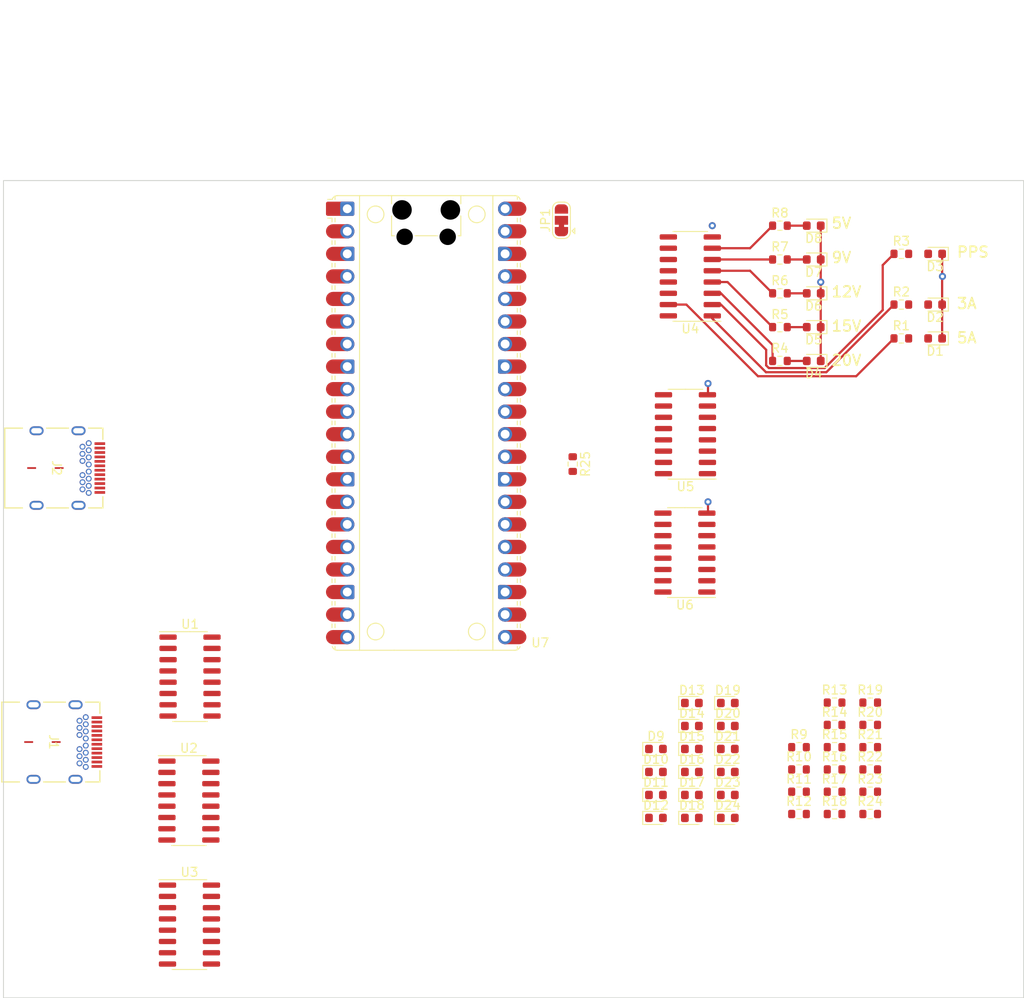
<source format=kicad_pcb>
(kicad_pcb (version 20221018) (generator pcbnew)
  (layers (0 "F.Cu" signal) (1 "In1.Cu" signal) (2 "In2.Cu" signal) (31 "B.Cu" signal) (34 "B.Paste" user) (35 "F.Paste" user) (36 "B.SilkS" user "B.Silkscreen") (37 "F.SilkS" user "F.Silkscreen") (38 "B.Mask" user) (39 "F.Mask" user) (44 "Edge.Cuts" user))
  (net 0 "")
  (net 1 "Net-(D1-A)")
  (net 2 "Net-(D2-A)")
  (net 3 "Net-(D3-A)")
  (net 4 "Net-(D4-A)")
  (net 5 "Net-(D5-A)")
  (net 6 "Net-(D6-A)")
  (net 7 "Net-(D7-A)")
  (net 8 "Net-(D8-A)")
  (net 9 "Net-(D9-A)")
  (net 10 "Net-(D10-A)")
  (net 11 "Net-(D11-A)")
  (net 12 "Net-(D12-A)")
  (net 13 "Net-(D13-A)")
  (net 14 "Net-(D14-A)")
  (net 15 "Net-(D15-A)")
  (net 16 "Net-(D16-A)")
  (net 17 "GND")
  (net 18 "Net-(D17-A)")
  (net 19 "Net-(D18-A)")
  (net 20 "Net-(D19-A)")
  (net 21 "Net-(D20-A)")
  (net 22 "Net-(D21-A)")
  (net 23 "Net-(D22-A)")
  (net 24 "Net-(D23-A)")
  (net 25 "Net-(D24-A)")
  (net 26 "TEST_CABLE_GROUND")
  (net 27 "Net-(U1-QB)")
  (net 28 "Net-(U1-QC)")
  (net 29 "TEST_CABLE_VBUS")
  (net 30 "Net-(U1-QE)")
  (net 31 "TEST_CABLE_D+")
  (net 32 "TEST_CABLE_D-")
  (net 33 "Net-(U1-QH)")
  (net 34 "Net-(U2-QA)")
  (net 35 "Net-(U2-QB)")
  (net 36 "Net-(U2-QC)")
  (net 37 "Net-(U2-QD)")
  (net 38 "Net-(U2-QE)")
  (net 39 "Net-(U2-QF)")
  (net 40 "Net-(U2-QG)")
  (net 41 "Net-(U2-QH)")
  (net 42 "TEST_CABLE_GROUND_IN")
  (net 43 "Net-(U7-GPIO1)")
  (net 44 "Net-(U7-GPIO2)")
  (net 45 "TEST_CABLE_VBUS_IN")
  (net 46 "TEST_CABLE_D+_IN")
  (net 47 "TEST_CABLE_D-_IN")
  (net 48 "Net-(U7-GPIO7)")
  (net 49 "Net-(U7-GPIO8)")
  (net 50 "Net-(U7-GPIO9)")
  (net 51 "Net-(U7-GPIO10)")
  (net 52 "Net-(U7-GPIO11)")
  (net 53 "Net-(U7-GPIO12)")
  (net 54 "Net-(U7-GPIO13)")
  (net 55 "Net-(U7-GPIO14)")
  (net 56 "Net-(U4-QA)")
  (net 57 "Net-(U4-QB)")
  (net 58 "Net-(U4-QC)")
  (net 59 "Net-(U4-QD)")
  (net 60 "Net-(U4-QE)")
  (net 61 "Net-(U4-QF)")
  (net 62 "Net-(U4-QG)")
  (net 63 "Net-(U4-QH)")
  (net 64 "Net-(U5-QA)")
  (net 65 "Net-(U5-QB)")
  (net 66 "Net-(U5-QC)")
  (net 67 "Net-(U5-QD)")
  (net 68 "Net-(U5-QE)")
  (net 69 "Net-(U5-QF)")
  (net 70 "Net-(U5-QG)")
  (net 71 "Net-(U5-QH)")
  (net 72 "Net-(U6-QA)")
  (net 73 "Net-(U6-QB)")
  (net 74 "Net-(U6-QC)")
  (net 75 "Net-(U6-QD)")
  (net 76 "Net-(U6-QE)")
  (net 77 "Net-(U6-QF)")
  (net 78 "Net-(U6-QG)")
  (net 79 "Net-(U6-QH)")
  (net 80 "Net-(U1-QH')")
  (net 81 "Net-(U2-QH')")
  (net 83 "Net-(U4-QH')")
  (net 84 "Net-(U5-QH')")
  (net 93 "Net-(U3-QA)")
  (net 94 "Net-(U7-GPIO27_ADC1)")
  (net 95 "Net-(U7-GPIO6)")
  (net 96 "Net-(U7-GPIO26_ADC0)")
  (net 97 "+3V3")
  (net 98 "SRCLK")
  (net 99 "RCLK")
  (net 100 "Net-(U1-~{OE})")
  (net 101 "Net-(U1-SER)")
  (net 102 "Net-(J5-Pin_2)")
  (net 103 "Net-(J5-Pin_3)")
  (net 104 "Net-(J5-Pin_4)")
  (net 105 "Net-(J5-Pin_5)")
  (net 106 "Net-(J5-Pin_6)")
  (net 107 "Net-(J5-Pin_7)")
  (net 108 "Net-(J5-Pin_8)")
  (net 109 "Net-(U4-~{OE})")
  (net 110 "Net-(U4-SER)")
  (net 112 "Net-(U7-GPIO22)")
  (net 113 "VBUS")
  (net 118 "VCC")
  (footprint "LED_SMD:LED_0603_1608Metric" (layer "F.Cu") (at 182.3325 125.63)
    (fp_text reference "D15")
    (fp_text value "LED")
  )
  (footprint "Module_RaspberryPi_Pico:RaspberryPi_Pico_Common" (layer "F.Cu") (at 152.4 88.9)
    (fp_text reference "U7")
    (fp_text value "RaspberryPi_Pico")
  )
  (footprint "LED_SMD:LED_0603_1608Metric" (layer "F.Cu") (at 186.3825 123.04)
    (fp_text reference "D20")
    (fp_text value "LED")
  )
  (footprint "Resistor_SMD:R_0603_1608Metric" (layer "F.Cu") (at 202.4225 132.96)
    (fp_text reference "R24")
    (fp_text value "R")
  )
  (footprint "USBCFootprint:USBCConnector_WithShield" (layer "F.Cu") (at 110.4475 93.98 -90)
    (fp_text reference "J2")
    (fp_text value "AUSB1-DFN-PTR3")
  )
  (footprint "Resistor_SMD:R_0603_1608Metric" (layer "F.Cu") (at 192.2525 78.105)
    (fp_text reference "R5")
    (fp_text value "R")
  )
  (footprint "LED_SMD:LED_0603_1608Metric" (layer "F.Cu") (at 196.0625 78.105 180)
    (fp_text reference "D5")
    (fp_text value "LED")
  )
  (footprint "Resistor_SMD:R_0603_1608Metric" (layer "F.Cu") (at 198.4125 122.92)
    (fp_text reference "R14")
    (fp_text value "R")
  )
  (footprint "LED_SMD:LED_0603_1608Metric" (layer "F.Cu") (at 209.74 69.85 180)
    (fp_text reference "D3")
    (fp_text value "LED")
  )
  (footprint "LED_SMD:LED_0603_1608Metric" (layer "F.Cu") (at 178.2825 130.81)
    (fp_text reference "D11")
    (fp_text value "LED")
  )
  (footprint "LED_SMD:LED_0603_1608Metric" (layer "F.Cu") (at 178.2825 125.63)
    (fp_text reference "D9")
    (fp_text value "LED")
  )
  (footprint "LED_SMD:LED_0603_1608Metric" (layer "F.Cu") (at 178.2825 128.22)
    (fp_text reference "D10")
    (fp_text value "LED")
  )
  (footprint "Resistor_SMD:R_0603_1608Metric" (layer "F.Cu") (at 194.4025 132.96)
    (fp_text reference "R12")
    (fp_text value "R")
  )
  (footprint "Resistor_SMD:R_0603_1608Metric" (layer "F.Cu") (at 192.2525 66.675)
    (fp_text reference "R8")
    (fp_text value "R")
  )
  (footprint "Resistor_SMD:R_0603_1608Metric" (layer "F.Cu") (at 198.4125 132.96)
    (fp_text reference "R18")
    (fp_text value "R")
  )
  (footprint "LED_SMD:LED_0603_1608Metric" (layer "F.Cu") (at 186.3825 128.22)
    (fp_text reference "D22")
    (fp_text value "LED")
  )
  (footprint "LED_SMD:LED_0603_1608Metric" (layer "F.Cu") (at 196.0625 74.295 180)
    (fp_text reference "D6")
    (fp_text value "LED")
  )
  (footprint "LED_SMD:LED_0603_1608Metric" (layer "F.Cu") (at 186.3825 120.45)
    (fp_text reference "D19")
    (fp_text value "LED")
  )
  (footprint "Package_SO:SOIC-16_3.9x9.9mm_P1.27mm" (layer "F.Cu") (at 182.1575 72.39 180)
    (fp_text reference "U4")
    (fp_text value "74HC595")
  )
  (footprint "Resistor_SMD:R_0603_1608Metric" (layer "F.Cu") (at 205.93 75.565)
    (fp_text reference "R2")
    (fp_text value "R")
  )
  (footprint "Package_SO:SOIC-16_3.9x9.9mm_P1.27mm" (layer "F.Cu") (at 125.73 145.415)
    (fp_text reference "U3")
    (fp_text value "74HC595")
  )
  (footprint "Jumper:SolderJumper-3_P1.3mm_Bridged12_RoundedPad1.0x1.5mm" (layer "F.Cu") (at 167.64 66.07 90)
    (fp_text reference "JP1")
    (fp_text value "SolderJumper_3_Bridged12")
  )
  (footprint "LED_SMD:LED_0603_1608Metric" (layer "F.Cu") (at 182.3325 128.22)
    (fp_text reference "D16")
    (fp_text value "LED")
  )
  (footprint "Resistor_SMD:R_0603_1608Metric" (layer "F.Cu") (at 205.93 69.85)
    (fp_text reference "R3")
    (fp_text value "R")
  )
  (footprint "Resistor_SMD:R_0603_1608Metric" (layer "F.Cu") (at 194.4025 130.45)
    (fp_text reference "R11")
    (fp_text value "R")
  )
  (footprint "LED_SMD:LED_0603_1608Metric" (layer "F.Cu") (at 209.74 79.375 180)
    (fp_text reference "D1")
    (fp_text value "LED")
  )
  (footprint "Resistor_SMD:R_0603_1608Metric" (layer "F.Cu") (at 202.4225 120.41)
    (fp_text reference "R19")
    (fp_text value "R")
  )
  (footprint "LED_SMD:LED_0603_1608Metric" (layer "F.Cu") (at 196.0625 70.485 180)
    (fp_text reference "D7")
    (fp_text value "LED")
  )
  (footprint "USBCFootprint:USBCConnector_WithShield" (layer "F.Cu") (at 110.112501 124.85 -90)
    (fp_text reference "J1")
    (fp_text value "AUSB1-DFN-PTR3")
  )
  (footprint "Resistor_SMD:R_0603_1608Metric" (layer "F.Cu") (at 168.91 93.535 -90)
    (fp_text reference "R25")
    (fp_text value "R")
  )
  (footprint "Resistor_SMD:R_0603_1608Metric" (layer "F.Cu") (at 192.2525 81.915)
    (fp_text reference "R4")
    (fp_text value "R")
  )
  (footprint "LED_SMD:LED_0603_1608Metric" (layer "F.Cu") (at 196.0625 81.915 180)
    (fp_text reference "D4")
    (fp_text value "LED")
  )
  (footprint "Resistor_SMD:R_0603_1608Metric" (layer "F.Cu") (at 202.4225 125.43)
    (fp_text reference "R21")
    (fp_text value "R")
  )
  (footprint "LED_SMD:LED_0603_1608Metric" (layer "F.Cu") (at 182.3325 123.04)
    (fp_text reference "D14")
    (fp_text value "LED")
  )
  (footprint "Resistor_SMD:R_0603_1608Metric" (layer "F.Cu") (at 192.2525 74.295)
    (fp_text reference "R6")
    (fp_text value "R")
  )
  (footprint "Resistor_SMD:R_0603_1608Metric" (layer "F.Cu") (at 198.4125 125.43)
    (fp_text reference "R15")
    (fp_text value "R")
  )
  (footprint "Resistor_SMD:R_0603_1608Metric" (layer "F.Cu") (at 198.4125 127.94)
    (fp_text reference "R16")
    (fp_text value "R")
  )
  (footprint "Resistor_SMD:R_0603_1608Metric" (layer "F.Cu") (at 202.4225 127.94)
    (fp_text reference "R22")
    (fp_text value "R")
  )
  (footprint "Resistor_SMD:R_0603_1608Metric" (layer "F.Cu") (at 205.93 79.375)
    (fp_text reference "R1")
    (fp_text value "R")
  )
  (footprint "Resistor_SMD:R_0603_1608Metric" (layer "F.Cu") (at 202.4225 122.92)
    (fp_text reference "R20")
    (fp_text value "R")
  )
  (footprint "Resistor_SMD:R_0603_1608Metric" (layer "F.Cu") (at 194.4025 125.43)
    (fp_text reference "R9")
    (fp_text value "R")
  )
  (footprint "Resistor_SMD:R_0603_1608Metric" (layer "F.Cu") (at 194.4025 127.94)
    (fp_text reference "R10")
    (fp_text value "R")
  )
  (footprint "LED_SMD:LED_0603_1608Metric" (layer "F.Cu") (at 182.3325 133.4)
    (fp_text reference "D18")
    (fp_text value "LED")
  )
  (footprint "Package_SO:SOIC-16_3.9x9.9mm_P1.27mm" (layer "F.Cu") (at 125.665 131.445)
    (fp_text reference "U2")
    (fp_text value "74HC595")
  )
  (footprint "Resistor_SMD:R_0603_1608Metric" (layer "F.Cu") (at 198.4125 130.45)
    (fp_text reference "R17")
    (fp_text value "R")
  )
  (footprint "LED_SMD:LED_0603_1608Metric" (layer "F.Cu") (at 186.3825 133.4)
    (fp_text reference "D24")
    (fp_text value "LED")
  )
  (footprint "LED_SMD:LED_0603_1608Metric" (layer "F.Cu") (at 182.3325 120.45)
    (fp_text reference "D13")
    (fp_text value "LED")
  )
  (footprint "LED_SMD:LED_0603_1608Metric" (layer "F.Cu") (at 209.74 75.565 180)
    (fp_text reference "D2")
    (fp_text value "LED")
  )
  (footprint "Resistor_SMD:R_0603_1608Metric" (layer "F.Cu") (at 198.4125 120.41)
    (fp_text reference "R13")
    (fp_text value "R")
  )
  (footprint "Package_SO:SOIC-16_3.9x9.9mm_P1.27mm" (layer "F.Cu") (at 125.795 117.475)
    (fp_text reference "U1")
    (fp_text value "74HC595")
  )
  (footprint "LED_SMD:LED_0603_1608Metric" (layer "F.Cu") (at 196.0625 66.675 180)
    (fp_text reference "D8")
    (fp_text value "LED")
  )
  (footprint "Package_SO:SOIC-16_3.9x9.9mm_P1.27mm" (layer "F.Cu") (at 181.61 90.17 180)
    (fp_text reference "U5")
    (fp_text value "74HC595")
  )
  (footprint "Resistor_SMD:R_0603_1608Metric" (layer "F.Cu") (at 202.4225 130.45)
    (fp_text reference "R23")
    (fp_text value "R")
  )
  (footprint "Resistor_SMD:R_0603_1608Metric" (layer "F.Cu") (at 192.2525 70.485)
    (fp_text reference "R7")
    (fp_text value "R")
  )
  (footprint "LED_SMD:LED_0603_1608Metric" (layer "F.Cu") (at 186.3825 125.63)
    (fp_text reference "D21")
    (fp_text value "LED")
  )
  (footprint "LED_SMD:LED_0603_1608Metric" (layer "F.Cu") (at 186.3825 130.81)
    (fp_text reference "D23")
    (fp_text value "LED")
  )
  (footprint "LED_SMD:LED_0603_1608Metric" (layer "F.Cu") (at 182.3325 130.81)
    (fp_text reference "D17")
    (fp_text value "LED")
  )
  (footprint "LED_SMD:LED_0603_1608Metric" (layer "F.Cu") (at 178.2825 133.4)
    (fp_text reference "D12")
    (fp_text value "LED")
  )
  (footprint "Package_SO:SOIC-16_3.9x9.9mm_P1.27mm" (layer "F.Cu") (at 181.545 103.505 180)
    (fp_text reference "U6")
    (fp_text value "74HC595")
  )
  (gr_rect (start 104.775 61.595) (end 219.71 153.67) (stroke (width 0.1)) (fill none) (layer "Edge.Cuts"))
  (gr_text "PPS\n\n\n3A\n\n5A" (at 212.09 80.01) (layer "F.SilkS") (effects (font (size 1.2 1.2) (thickness 0.2) bold) (justify left bottom)))
  (gr_text "5V\n\n9V\n\n12V\n\n15V\n\n20V" (at 197.9675 82.55) (layer "F.SilkS") (effects (font (size 1.2 1.2) (thickness 0.2) bold) (justify left bottom)))
  (segment (start 195.275 81.915) (end 193.0775 81.915) (width 0.25) (layer "F.Cu") (net 4))
  (segment (start 193.0775 78.105) (end 195.275 78.105) (width 0.25) (layer "F.Cu") (net 5))
  (segment (start 195.275 74.295) (end 193.0775 74.295) (width 0.25) (layer "F.Cu") (net 6))
  (segment (start 195.275 70.485) (end 193.0775 70.485) (width 0.25) (layer "F.Cu") (net 7))
  (segment (start 193.0775 66.675) (end 195.275 66.675) (width 0.25) (layer "F.Cu") (net 8))
  (segment (start 184.15 85.66) (end 184.085 85.725) (width 0.25) (layer "F.Cu") (net 17))
  (segment (start 196.85 81.915) (end 196.85 78.105) (width 0.25) (layer "F.Cu") (net 17))
  (segment (start 196.85 70.485) (end 196.85 73.025) (width 0.25) (layer "F.Cu") (net 17))
  (segment (start 184.15 98.93) (end 184.02 99.06) (width 0.25) (layer "F.Cu") (net 17))
  (segment (start 196.85 70.485) (end 196.85 66.675) (width 0.25) (layer "F.Cu") (net 17))
  (segment (start 210.5275 69.85) (end 210.5275 72.3525) (width 0.25) (layer "F.Cu") (net 17))
  (segment (start 184.15 84.455) (end 184.15 85.66) (width 0.25) (layer "F.Cu") (net 17))
  (segment (start 184.15 97.79) (end 184.15 98.93) (width 0.25) (layer "F.Cu") (net 17))
  (segment (start 210.565 72.39) (end 210.5275 72.4275) (width 0.25) (layer "F.Cu") (net 17))
  (segment (start 210.5275 72.3525) (end 210.565 72.39) (width 0.25) (layer "F.Cu") (net 17))
  (segment (start 196.85 74.295) (end 196.85 73.025) (width 0.25) (layer "F.Cu") (net 17))
  (segment (start 196.85 78.105) (end 196.85 74.295) (width 0.25) (layer "F.Cu") (net 17))
  (segment (start 210.5275 72.4275) (end 210.5275 79.375) (width 0.25) (layer "F.Cu") (net 17))
  (via (at 210.565 72.39) (size 0.8) (drill 0.4) (layers "F.Cu" "B.Cu") (net 17))
  (via (at 184.15 97.79) (size 0.8) (drill 0.4) (layers "F.Cu" "B.Cu") (net 17))
  (via (at 184.6325 66.675) (size 0.8) (drill 0.4) (layers "F.Cu" "B.Cu") (net 17))
  (via (at 184.15 84.455) (size 0.8) (drill 0.4) (layers "F.Cu" "B.Cu") (net 17))
  (via (at 196.85 73.025) (size 0.8) (drill 0.4) (layers "F.Cu" "B.Cu") (net 17))
  (segment (start 200.845 83.635) (end 205.105 79.375) (width 0.25) (layer "F.Cu") (net 56))
  (segment (start 181.711592 75.565) (end 189.781592 83.635) (width 0.25) (layer "F.Cu") (net 56))
  (segment (start 179.6825 75.565) (end 181.711592 75.565) (width 0.25) (layer "F.Cu") (net 56))
  (segment (start 189.781592 83.635) (end 200.845 83.635) (width 0.25) (layer "F.Cu") (net 56))
  (segment (start 190.682501 83.185) (end 197.485 83.185) (width 0.25) (layer "F.Cu") (net 57))
  (segment (start 197.485 83.185) (end 205.105 75.565) (width 0.25) (layer "F.Cu") (net 57))
  (segment (start 184.6325 76.835) (end 184.6325 77.134999) (width 0.25) (layer "F.Cu") (net 57))
  (segment (start 184.6325 77.134999) (end 190.682501 83.185) (width 0.25) (layer "F.Cu") (net 57))
  (segment (start 191.004496 82.715) (end 197.30004 82.715) (width 0.25) (layer "F.Cu") (net 58))
  (segment (start 203.835 76.18004) (end 203.835 71.12) (width 0.25) (layer "F.Cu") (net 58))
  (segment (start 190.7025 82.413004) (end 191.004496 82.715) (width 0.25) (layer "F.Cu") (net 58))
  (segment (start 185.607499 75.565) (end 190.7025 80.660001) (width 0.25) (layer "F.Cu") (net 58))
  (segment (start 184.6325 75.565) (end 185.607499 75.565) (width 0.25) (layer "F.Cu") (net 58))
  (segment (start 203.835 71.12) (end 205.105 69.85) (width 0.25) (layer "F.Cu") (net 58))
  (segment (start 190.7025 80.660001) (end 190.7025 82.413004) (width 0.25) (layer "F.Cu") (net 58))
  (segment (start 197.30004 82.715) (end 203.835 76.18004) (width 0.25) (layer "F.Cu") (net 58))
  (segment (start 191.4275 81.915) (end 191.4275 80.115001) (width 0.25) (layer "F.Cu") (net 59))
  (segment (start 185.607499 74.295) (end 184.6325 74.295) (width 0.25) (layer "F.Cu") (net 59))
  (segment (start 191.4275 80.115001) (end 185.607499 74.295) (width 0.25) (layer "F.Cu") (net 59))
  (segment (start 191.4275 78.105) (end 186.3475 73.025) (width 0.25) (layer "F.Cu") (net 60))
  (segment (start 186.3475 73.025) (end 184.6325 73.025) (width 0.25) (layer "F.Cu") (net 60))
  (segment (start 188.8875 71.755) (end 184.6325 71.755) (width 0.25) (layer "F.Cu") (net 61))
  (segment (start 191.4275 74.295) (end 188.8875 71.755) (width 0.25) (layer "F.Cu") (net 61))
  (segment (start 191.4275 70.485) (end 184.6325 70.485) (width 0.25) (layer "F.Cu") (net 62))
  (segment (start 191.4275 66.675) (end 188.8875 69.215) (width 0.25) (layer "F.Cu") (net 63))
  (segment (start 188.8875 69.215) (end 184.6325 69.215) (width 0.25) (layer "F.Cu") (net 63))
)
</source>
